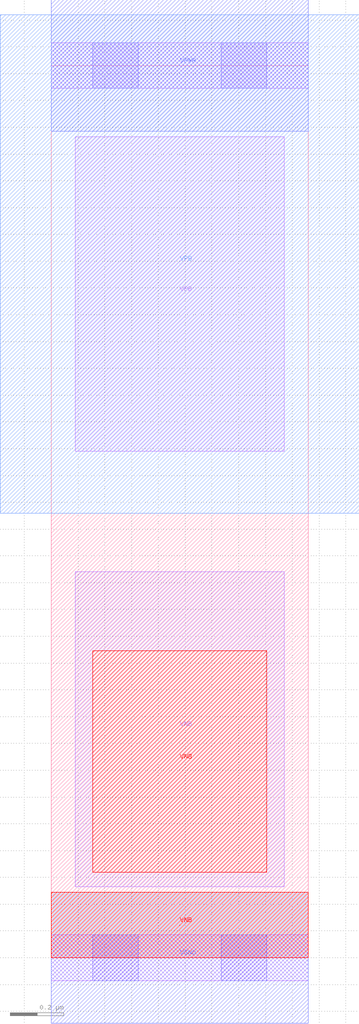
<source format=lef>
# Copyright 2020 The SkyWater PDK Authors
#
# Licensed under the Apache License, Version 2.0 (the "License");
# you may not use this file except in compliance with the License.
# You may obtain a copy of the License at
#
#     https://www.apache.org/licenses/LICENSE-2.0
#
# Unless required by applicable law or agreed to in writing, software
# distributed under the License is distributed on an "AS IS" BASIS,
# WITHOUT WARRANTIES OR CONDITIONS OF ANY KIND, either express or implied.
# See the License for the specific language governing permissions and
# limitations under the License.
#
# SPDX-License-Identifier: Apache-2.0

VERSION 5.7 ;
  NOWIREEXTENSIONATPIN ON ;
  DIVIDERCHAR "/" ;
  BUSBITCHARS "[]" ;
MACRO sky130_fd_sc_hs__tap_2
  CLASS CORE WELLTAP ;
  FOREIGN sky130_fd_sc_hs__tap_2 ;
  ORIGIN  0.000000  0.000000 ;
  SIZE  0.960000 BY  3.330000 ;
  SYMMETRY X Y ;
  SITE unit ;
  PIN VGND
    DIRECTION INOUT ;
    USE GROUND ;
    PORT
      LAYER met1 ;
        RECT 0.000000 -0.245000 0.960000 0.245000 ;
    END
  END VGND
  PIN VNB
    DIRECTION INOUT ;
    USE GROUND ;
    PORT
      LAYER li1 ;
        RECT 0.090000 0.265000 0.870000 1.440000 ;
      LAYER pwell ;
        RECT 0.155000 0.320000 0.805000 1.145000 ;
    END
    PORT
      LAYER pwell ;
        RECT 0.000000 0.000000 0.960000 0.245000 ;
    END
  END VNB
  PIN VPB
    DIRECTION INOUT ;
    USE POWER ;
    PORT
      LAYER li1 ;
        RECT 0.090000 1.890000 0.870000 3.065000 ;
      LAYER nwell ;
        RECT -0.190000 1.660000 1.150000 3.520000 ;
    END
  END VPB
  PIN VPWR
    DIRECTION INOUT ;
    USE POWER ;
    PORT
      LAYER met1 ;
        RECT 0.000000 3.085000 0.960000 3.575000 ;
    END
  END VPWR
  OBS
    LAYER li1 ;
      RECT 0.000000 -0.085000 0.960000 0.085000 ;
      RECT 0.000000  3.245000 0.960000 3.415000 ;
    LAYER mcon ;
      RECT 0.155000 -0.085000 0.325000 0.085000 ;
      RECT 0.155000  3.245000 0.325000 3.415000 ;
      RECT 0.635000 -0.085000 0.805000 0.085000 ;
      RECT 0.635000  3.245000 0.805000 3.415000 ;
  END
END sky130_fd_sc_hs__tap_2
END LIBRARY

</source>
